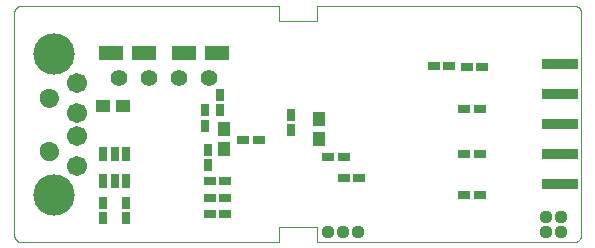
<source format=gbs>
G75*
%MOIN*%
%OFA0B0*%
%FSLAX25Y25*%
%IPPOS*%
%LPD*%
%AMOC8*
5,1,8,0,0,1.08239X$1,22.5*
%
%ADD10C,0.00000*%
%ADD11R,0.03943X0.03156*%
%ADD12R,0.03156X0.03943*%
%ADD13R,0.02762X0.05124*%
%ADD14R,0.04731X0.04337*%
%ADD15R,0.04337X0.04731*%
%ADD16R,0.08274X0.05124*%
%ADD17R,0.12211X0.03746*%
%ADD18C,0.05550*%
%ADD19C,0.04369*%
%ADD20C,0.06699*%
%ADD21C,0.13786*%
%ADD22C,0.06306*%
D10*
X0010283Y0010126D02*
X0096110Y0010126D01*
X0096110Y0015244D01*
X0108709Y0015244D01*
X0108709Y0010126D01*
X0194535Y0010126D01*
X0194630Y0010128D01*
X0194725Y0010134D01*
X0194820Y0010143D01*
X0194914Y0010157D01*
X0195007Y0010174D01*
X0195100Y0010195D01*
X0195192Y0010219D01*
X0195283Y0010248D01*
X0195373Y0010279D01*
X0195461Y0010315D01*
X0195548Y0010354D01*
X0195633Y0010397D01*
X0195716Y0010442D01*
X0195797Y0010492D01*
X0195877Y0010544D01*
X0195954Y0010600D01*
X0196029Y0010658D01*
X0196101Y0010720D01*
X0196171Y0010785D01*
X0196238Y0010852D01*
X0196303Y0010922D01*
X0196365Y0010994D01*
X0196423Y0011069D01*
X0196479Y0011146D01*
X0196531Y0011226D01*
X0196581Y0011307D01*
X0196626Y0011390D01*
X0196669Y0011475D01*
X0196708Y0011562D01*
X0196744Y0011650D01*
X0196775Y0011740D01*
X0196804Y0011831D01*
X0196828Y0011923D01*
X0196849Y0012016D01*
X0196866Y0012109D01*
X0196880Y0012203D01*
X0196889Y0012298D01*
X0196895Y0012393D01*
X0196897Y0012488D01*
X0196898Y0012488D02*
X0196898Y0086504D01*
X0196897Y0086504D02*
X0196895Y0086599D01*
X0196889Y0086694D01*
X0196880Y0086789D01*
X0196866Y0086883D01*
X0196849Y0086976D01*
X0196828Y0087069D01*
X0196804Y0087161D01*
X0196775Y0087252D01*
X0196744Y0087342D01*
X0196708Y0087430D01*
X0196669Y0087517D01*
X0196626Y0087602D01*
X0196581Y0087685D01*
X0196531Y0087766D01*
X0196479Y0087846D01*
X0196423Y0087923D01*
X0196365Y0087998D01*
X0196303Y0088070D01*
X0196238Y0088140D01*
X0196171Y0088207D01*
X0196101Y0088272D01*
X0196029Y0088334D01*
X0195954Y0088392D01*
X0195877Y0088448D01*
X0195797Y0088500D01*
X0195716Y0088550D01*
X0195633Y0088595D01*
X0195548Y0088638D01*
X0195461Y0088677D01*
X0195373Y0088713D01*
X0195283Y0088744D01*
X0195192Y0088773D01*
X0195100Y0088797D01*
X0195007Y0088818D01*
X0194914Y0088835D01*
X0194820Y0088849D01*
X0194725Y0088858D01*
X0194630Y0088864D01*
X0194535Y0088866D01*
X0108709Y0088866D01*
X0108709Y0083748D01*
X0096110Y0083748D01*
X0096110Y0088866D01*
X0010283Y0088866D01*
X0010188Y0088864D01*
X0010093Y0088858D01*
X0009998Y0088849D01*
X0009904Y0088835D01*
X0009811Y0088818D01*
X0009718Y0088797D01*
X0009626Y0088773D01*
X0009535Y0088744D01*
X0009445Y0088713D01*
X0009357Y0088677D01*
X0009270Y0088638D01*
X0009185Y0088595D01*
X0009102Y0088550D01*
X0009021Y0088500D01*
X0008941Y0088448D01*
X0008864Y0088392D01*
X0008789Y0088334D01*
X0008717Y0088272D01*
X0008647Y0088207D01*
X0008580Y0088140D01*
X0008515Y0088070D01*
X0008453Y0087998D01*
X0008395Y0087923D01*
X0008339Y0087846D01*
X0008287Y0087766D01*
X0008237Y0087685D01*
X0008192Y0087602D01*
X0008149Y0087517D01*
X0008110Y0087430D01*
X0008074Y0087342D01*
X0008043Y0087252D01*
X0008014Y0087161D01*
X0007990Y0087069D01*
X0007969Y0086976D01*
X0007952Y0086883D01*
X0007938Y0086789D01*
X0007929Y0086694D01*
X0007923Y0086599D01*
X0007921Y0086504D01*
X0007921Y0012488D01*
X0007923Y0012393D01*
X0007929Y0012298D01*
X0007938Y0012203D01*
X0007952Y0012109D01*
X0007969Y0012016D01*
X0007990Y0011923D01*
X0008014Y0011831D01*
X0008043Y0011740D01*
X0008074Y0011650D01*
X0008110Y0011562D01*
X0008149Y0011475D01*
X0008192Y0011390D01*
X0008237Y0011307D01*
X0008287Y0011226D01*
X0008339Y0011146D01*
X0008395Y0011069D01*
X0008453Y0010994D01*
X0008515Y0010922D01*
X0008580Y0010852D01*
X0008647Y0010785D01*
X0008717Y0010720D01*
X0008789Y0010658D01*
X0008864Y0010600D01*
X0008941Y0010544D01*
X0009021Y0010492D01*
X0009102Y0010442D01*
X0009185Y0010397D01*
X0009270Y0010354D01*
X0009357Y0010315D01*
X0009445Y0010279D01*
X0009535Y0010248D01*
X0009626Y0010219D01*
X0009718Y0010195D01*
X0009811Y0010174D01*
X0009904Y0010157D01*
X0009998Y0010143D01*
X0010093Y0010134D01*
X0010188Y0010128D01*
X0010283Y0010126D01*
X0016582Y0040441D02*
X0016584Y0040549D01*
X0016590Y0040658D01*
X0016600Y0040766D01*
X0016614Y0040873D01*
X0016632Y0040980D01*
X0016653Y0041087D01*
X0016679Y0041192D01*
X0016709Y0041297D01*
X0016742Y0041400D01*
X0016779Y0041502D01*
X0016820Y0041602D01*
X0016864Y0041701D01*
X0016913Y0041799D01*
X0016964Y0041894D01*
X0017019Y0041987D01*
X0017078Y0042079D01*
X0017140Y0042168D01*
X0017205Y0042255D01*
X0017273Y0042339D01*
X0017344Y0042421D01*
X0017418Y0042500D01*
X0017495Y0042576D01*
X0017575Y0042650D01*
X0017658Y0042720D01*
X0017743Y0042788D01*
X0017830Y0042852D01*
X0017920Y0042913D01*
X0018012Y0042971D01*
X0018106Y0043025D01*
X0018202Y0043076D01*
X0018299Y0043123D01*
X0018399Y0043167D01*
X0018500Y0043207D01*
X0018602Y0043243D01*
X0018705Y0043275D01*
X0018810Y0043304D01*
X0018916Y0043328D01*
X0019022Y0043349D01*
X0019129Y0043366D01*
X0019237Y0043379D01*
X0019345Y0043388D01*
X0019454Y0043393D01*
X0019562Y0043394D01*
X0019671Y0043391D01*
X0019779Y0043384D01*
X0019887Y0043373D01*
X0019994Y0043358D01*
X0020101Y0043339D01*
X0020207Y0043316D01*
X0020312Y0043290D01*
X0020417Y0043259D01*
X0020519Y0043225D01*
X0020621Y0043187D01*
X0020721Y0043145D01*
X0020820Y0043100D01*
X0020917Y0043051D01*
X0021011Y0042998D01*
X0021104Y0042942D01*
X0021195Y0042883D01*
X0021284Y0042820D01*
X0021370Y0042755D01*
X0021454Y0042686D01*
X0021535Y0042614D01*
X0021613Y0042539D01*
X0021689Y0042461D01*
X0021762Y0042380D01*
X0021832Y0042297D01*
X0021898Y0042212D01*
X0021962Y0042124D01*
X0022022Y0042033D01*
X0022079Y0041941D01*
X0022132Y0041846D01*
X0022182Y0041750D01*
X0022228Y0041652D01*
X0022271Y0041552D01*
X0022310Y0041451D01*
X0022345Y0041348D01*
X0022377Y0041245D01*
X0022404Y0041140D01*
X0022428Y0041034D01*
X0022448Y0040927D01*
X0022464Y0040820D01*
X0022476Y0040712D01*
X0022484Y0040604D01*
X0022488Y0040495D01*
X0022488Y0040387D01*
X0022484Y0040278D01*
X0022476Y0040170D01*
X0022464Y0040062D01*
X0022448Y0039955D01*
X0022428Y0039848D01*
X0022404Y0039742D01*
X0022377Y0039637D01*
X0022345Y0039534D01*
X0022310Y0039431D01*
X0022271Y0039330D01*
X0022228Y0039230D01*
X0022182Y0039132D01*
X0022132Y0039036D01*
X0022079Y0038941D01*
X0022022Y0038849D01*
X0021962Y0038758D01*
X0021898Y0038670D01*
X0021832Y0038585D01*
X0021762Y0038502D01*
X0021689Y0038421D01*
X0021613Y0038343D01*
X0021535Y0038268D01*
X0021454Y0038196D01*
X0021370Y0038127D01*
X0021284Y0038062D01*
X0021195Y0037999D01*
X0021104Y0037940D01*
X0021012Y0037884D01*
X0020917Y0037831D01*
X0020820Y0037782D01*
X0020721Y0037737D01*
X0020621Y0037695D01*
X0020519Y0037657D01*
X0020417Y0037623D01*
X0020312Y0037592D01*
X0020207Y0037566D01*
X0020101Y0037543D01*
X0019994Y0037524D01*
X0019887Y0037509D01*
X0019779Y0037498D01*
X0019671Y0037491D01*
X0019562Y0037488D01*
X0019454Y0037489D01*
X0019345Y0037494D01*
X0019237Y0037503D01*
X0019129Y0037516D01*
X0019022Y0037533D01*
X0018916Y0037554D01*
X0018810Y0037578D01*
X0018705Y0037607D01*
X0018602Y0037639D01*
X0018500Y0037675D01*
X0018399Y0037715D01*
X0018299Y0037759D01*
X0018202Y0037806D01*
X0018106Y0037857D01*
X0018012Y0037911D01*
X0017920Y0037969D01*
X0017830Y0038030D01*
X0017743Y0038094D01*
X0017658Y0038162D01*
X0017575Y0038232D01*
X0017495Y0038306D01*
X0017418Y0038382D01*
X0017344Y0038461D01*
X0017273Y0038543D01*
X0017205Y0038627D01*
X0017140Y0038714D01*
X0017078Y0038803D01*
X0017019Y0038895D01*
X0016964Y0038988D01*
X0016913Y0039083D01*
X0016864Y0039181D01*
X0016820Y0039280D01*
X0016779Y0039380D01*
X0016742Y0039482D01*
X0016709Y0039585D01*
X0016679Y0039690D01*
X0016653Y0039795D01*
X0016632Y0039902D01*
X0016614Y0040009D01*
X0016600Y0040116D01*
X0016590Y0040224D01*
X0016584Y0040333D01*
X0016582Y0040441D01*
X0016582Y0058157D02*
X0016584Y0058265D01*
X0016590Y0058374D01*
X0016600Y0058482D01*
X0016614Y0058589D01*
X0016632Y0058696D01*
X0016653Y0058803D01*
X0016679Y0058908D01*
X0016709Y0059013D01*
X0016742Y0059116D01*
X0016779Y0059218D01*
X0016820Y0059318D01*
X0016864Y0059417D01*
X0016913Y0059515D01*
X0016964Y0059610D01*
X0017019Y0059703D01*
X0017078Y0059795D01*
X0017140Y0059884D01*
X0017205Y0059971D01*
X0017273Y0060055D01*
X0017344Y0060137D01*
X0017418Y0060216D01*
X0017495Y0060292D01*
X0017575Y0060366D01*
X0017658Y0060436D01*
X0017743Y0060504D01*
X0017830Y0060568D01*
X0017920Y0060629D01*
X0018012Y0060687D01*
X0018106Y0060741D01*
X0018202Y0060792D01*
X0018299Y0060839D01*
X0018399Y0060883D01*
X0018500Y0060923D01*
X0018602Y0060959D01*
X0018705Y0060991D01*
X0018810Y0061020D01*
X0018916Y0061044D01*
X0019022Y0061065D01*
X0019129Y0061082D01*
X0019237Y0061095D01*
X0019345Y0061104D01*
X0019454Y0061109D01*
X0019562Y0061110D01*
X0019671Y0061107D01*
X0019779Y0061100D01*
X0019887Y0061089D01*
X0019994Y0061074D01*
X0020101Y0061055D01*
X0020207Y0061032D01*
X0020312Y0061006D01*
X0020417Y0060975D01*
X0020519Y0060941D01*
X0020621Y0060903D01*
X0020721Y0060861D01*
X0020820Y0060816D01*
X0020917Y0060767D01*
X0021011Y0060714D01*
X0021104Y0060658D01*
X0021195Y0060599D01*
X0021284Y0060536D01*
X0021370Y0060471D01*
X0021454Y0060402D01*
X0021535Y0060330D01*
X0021613Y0060255D01*
X0021689Y0060177D01*
X0021762Y0060096D01*
X0021832Y0060013D01*
X0021898Y0059928D01*
X0021962Y0059840D01*
X0022022Y0059749D01*
X0022079Y0059657D01*
X0022132Y0059562D01*
X0022182Y0059466D01*
X0022228Y0059368D01*
X0022271Y0059268D01*
X0022310Y0059167D01*
X0022345Y0059064D01*
X0022377Y0058961D01*
X0022404Y0058856D01*
X0022428Y0058750D01*
X0022448Y0058643D01*
X0022464Y0058536D01*
X0022476Y0058428D01*
X0022484Y0058320D01*
X0022488Y0058211D01*
X0022488Y0058103D01*
X0022484Y0057994D01*
X0022476Y0057886D01*
X0022464Y0057778D01*
X0022448Y0057671D01*
X0022428Y0057564D01*
X0022404Y0057458D01*
X0022377Y0057353D01*
X0022345Y0057250D01*
X0022310Y0057147D01*
X0022271Y0057046D01*
X0022228Y0056946D01*
X0022182Y0056848D01*
X0022132Y0056752D01*
X0022079Y0056657D01*
X0022022Y0056565D01*
X0021962Y0056474D01*
X0021898Y0056386D01*
X0021832Y0056301D01*
X0021762Y0056218D01*
X0021689Y0056137D01*
X0021613Y0056059D01*
X0021535Y0055984D01*
X0021454Y0055912D01*
X0021370Y0055843D01*
X0021284Y0055778D01*
X0021195Y0055715D01*
X0021104Y0055656D01*
X0021012Y0055600D01*
X0020917Y0055547D01*
X0020820Y0055498D01*
X0020721Y0055453D01*
X0020621Y0055411D01*
X0020519Y0055373D01*
X0020417Y0055339D01*
X0020312Y0055308D01*
X0020207Y0055282D01*
X0020101Y0055259D01*
X0019994Y0055240D01*
X0019887Y0055225D01*
X0019779Y0055214D01*
X0019671Y0055207D01*
X0019562Y0055204D01*
X0019454Y0055205D01*
X0019345Y0055210D01*
X0019237Y0055219D01*
X0019129Y0055232D01*
X0019022Y0055249D01*
X0018916Y0055270D01*
X0018810Y0055294D01*
X0018705Y0055323D01*
X0018602Y0055355D01*
X0018500Y0055391D01*
X0018399Y0055431D01*
X0018299Y0055475D01*
X0018202Y0055522D01*
X0018106Y0055573D01*
X0018012Y0055627D01*
X0017920Y0055685D01*
X0017830Y0055746D01*
X0017743Y0055810D01*
X0017658Y0055878D01*
X0017575Y0055948D01*
X0017495Y0056022D01*
X0017418Y0056098D01*
X0017344Y0056177D01*
X0017273Y0056259D01*
X0017205Y0056343D01*
X0017140Y0056430D01*
X0017078Y0056519D01*
X0017019Y0056611D01*
X0016964Y0056704D01*
X0016913Y0056799D01*
X0016864Y0056897D01*
X0016820Y0056996D01*
X0016779Y0057096D01*
X0016742Y0057198D01*
X0016709Y0057301D01*
X0016679Y0057406D01*
X0016653Y0057511D01*
X0016632Y0057618D01*
X0016614Y0057725D01*
X0016600Y0057832D01*
X0016590Y0057940D01*
X0016584Y0058049D01*
X0016582Y0058157D01*
D11*
X0073079Y0030598D03*
X0078197Y0030598D03*
X0078197Y0024890D03*
X0073079Y0024890D03*
X0073079Y0019575D03*
X0078197Y0019575D03*
X0117764Y0031386D03*
X0122882Y0031386D03*
X0117724Y0038472D03*
X0112606Y0038472D03*
X0089457Y0044142D03*
X0084339Y0044142D03*
X0147882Y0068984D03*
X0153000Y0068984D03*
X0158709Y0068394D03*
X0163827Y0068394D03*
X0163039Y0054614D03*
X0157921Y0054614D03*
X0157921Y0039457D03*
X0163039Y0039457D03*
X0163039Y0025677D03*
X0157921Y0025677D03*
D12*
X0100244Y0047528D03*
X0100244Y0052646D03*
X0076425Y0054024D03*
X0071504Y0054024D03*
X0076425Y0059142D03*
X0071504Y0048906D03*
X0072685Y0040835D03*
X0072685Y0035717D03*
X0045323Y0023315D03*
X0037646Y0023315D03*
X0037646Y0018197D03*
X0045323Y0018197D03*
D13*
X0045126Y0030598D03*
X0041386Y0030598D03*
X0037646Y0030598D03*
X0037646Y0039654D03*
X0041386Y0039654D03*
X0045126Y0039654D03*
D14*
X0044339Y0055598D03*
X0037646Y0055598D03*
D15*
X0078000Y0047921D03*
X0078000Y0041228D03*
X0109496Y0044575D03*
X0109496Y0051268D03*
D16*
X0075441Y0073118D03*
X0064417Y0073118D03*
X0051228Y0073118D03*
X0040205Y0073118D03*
D17*
X0189969Y0069496D03*
X0189969Y0059496D03*
X0189969Y0049496D03*
X0189969Y0039496D03*
X0189969Y0029496D03*
D18*
X0072724Y0064850D03*
X0062724Y0064850D03*
X0052724Y0064850D03*
X0042724Y0064850D03*
D19*
X0112370Y0013472D03*
X0117370Y0013472D03*
X0122370Y0013472D03*
X0185343Y0013531D03*
X0190343Y0013531D03*
X0190343Y0018531D03*
X0185343Y0018531D03*
D20*
X0028984Y0035520D03*
X0028984Y0045362D03*
X0028984Y0053236D03*
X0028984Y0063079D03*
D21*
X0021110Y0072921D03*
X0021110Y0025677D03*
D22*
X0019535Y0040441D03*
X0019535Y0058157D03*
M02*

</source>
